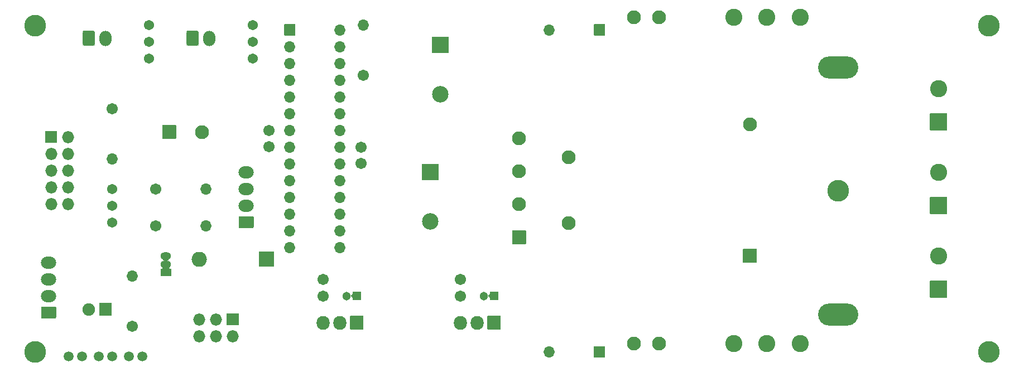
<source format=gbr>
G04 #@! TF.GenerationSoftware,KiCad,Pcbnew,5.1.8-db9833491~87~ubuntu20.04.1*
G04 #@! TF.CreationDate,2020-11-20T22:45:01+01:00*
G04 #@! TF.ProjectId,reflow_ofen_steuerung,7265666c-6f77-45f6-9f66-656e5f737465,1.0.1*
G04 #@! TF.SameCoordinates,Original*
G04 #@! TF.FileFunction,Soldermask,Top*
G04 #@! TF.FilePolarity,Negative*
%FSLAX46Y46*%
G04 Gerber Fmt 4.6, Leading zero omitted, Abs format (unit mm)*
G04 Created by KiCad (PCBNEW 5.1.8-db9833491~87~ubuntu20.04.1) date 2020-11-20 22:45:01*
%MOMM*%
%LPD*%
G01*
G04 APERTURE LIST*
%ADD10C,2.102000*%
%ADD11O,1.702000X1.702000*%
%ADD12C,1.702000*%
%ADD13C,1.302000*%
%ADD14C,1.902000*%
%ADD15C,2.502000*%
%ADD16O,1.829200X1.829200*%
%ADD17C,1.502000*%
%ADD18O,1.842000X2.302000*%
%ADD19C,1.542000*%
%ADD20O,1.602000X1.152000*%
%ADD21O,2.302000X1.842000*%
%ADD22O,2.302000X2.302000*%
%ADD23C,3.302000*%
%ADD24O,2.007000X2.102000*%
%ADD25C,2.602000*%
%ADD26O,6.102000X3.352000*%
%ADD27C,0.100000*%
G04 APERTURE END LIST*
G36*
G01*
X145780000Y-105191000D02*
X143780000Y-105191000D01*
G75*
G02*
X143729000Y-105140000I0J51000D01*
G01*
X143729000Y-103140000D01*
G75*
G02*
X143780000Y-103089000I51000J0D01*
G01*
X145780000Y-103089000D01*
G75*
G02*
X145831000Y-103140000I0J-51000D01*
G01*
X145831000Y-105140000D01*
G75*
G02*
X145780000Y-105191000I-51000J0D01*
G01*
G37*
D10*
X144780000Y-99140000D03*
X144780000Y-94140000D03*
X144780000Y-89140000D03*
D11*
X97282000Y-96774000D03*
D12*
X89662000Y-96774000D03*
D13*
X118642000Y-113030000D03*
G36*
G01*
X120793000Y-112429999D02*
X120793000Y-113630001D01*
G75*
G02*
X120742001Y-113681000I-50999J0D01*
G01*
X119541999Y-113681000D01*
G75*
G02*
X119491000Y-113630001I0J50999D01*
G01*
X119491000Y-112429999D01*
G75*
G02*
X119541999Y-112379000I50999J0D01*
G01*
X120742001Y-112379000D01*
G75*
G02*
X120793000Y-112429999I0J-50999D01*
G01*
G37*
X139470000Y-113030000D03*
G36*
G01*
X141621000Y-112429999D02*
X141621000Y-113630001D01*
G75*
G02*
X141570001Y-113681000I-50999J0D01*
G01*
X140369999Y-113681000D01*
G75*
G02*
X140319000Y-113630001I0J50999D01*
G01*
X140319000Y-112429999D01*
G75*
G02*
X140369999Y-112379000I50999J0D01*
G01*
X141570001Y-112379000D01*
G75*
G02*
X141621000Y-112429999I0J-50999D01*
G01*
G37*
D14*
X79502000Y-115062000D03*
G36*
G01*
X82993000Y-114162000D02*
X82993000Y-115962000D01*
G75*
G02*
X82942000Y-116013000I-51000J0D01*
G01*
X81142000Y-116013000D01*
G75*
G02*
X81091000Y-115962000I0J51000D01*
G01*
X81091000Y-114162000D01*
G75*
G02*
X81142000Y-114111000I51000J0D01*
G01*
X82942000Y-114111000D01*
G75*
G02*
X82993000Y-114162000I0J-51000D01*
G01*
G37*
D11*
X86106000Y-109982000D03*
D12*
X86106000Y-117602000D03*
D15*
X132842000Y-82430000D03*
G36*
G01*
X131642000Y-73679000D02*
X134042000Y-73679000D01*
G75*
G02*
X134093000Y-73730000I0J-51000D01*
G01*
X134093000Y-76130000D01*
G75*
G02*
X134042000Y-76181000I-51000J0D01*
G01*
X131642000Y-76181000D01*
G75*
G02*
X131591000Y-76130000I0J51000D01*
G01*
X131591000Y-73730000D01*
G75*
G02*
X131642000Y-73679000I51000J0D01*
G01*
G37*
D16*
X96266000Y-119126000D03*
X96266000Y-116586000D03*
X98806000Y-119126000D03*
X98806000Y-116586000D03*
X101346000Y-119126000D03*
G36*
G01*
X100482400Y-115671400D02*
X102209600Y-115671400D01*
G75*
G02*
X102260600Y-115722400I0J-51000D01*
G01*
X102260600Y-117449600D01*
G75*
G02*
X102209600Y-117500600I-51000J0D01*
G01*
X100482400Y-117500600D01*
G75*
G02*
X100431400Y-117449600I0J51000D01*
G01*
X100431400Y-115722400D01*
G75*
G02*
X100482400Y-115671400I51000J0D01*
G01*
G37*
D17*
X87598000Y-122174000D03*
X85598000Y-122174000D03*
X83026000Y-122174000D03*
X81026000Y-122174000D03*
X78454000Y-122174000D03*
X76454000Y-122174000D03*
D10*
X96694000Y-88138000D03*
G36*
G01*
X90643000Y-89138000D02*
X90643000Y-87138000D01*
G75*
G02*
X90694000Y-87087000I51000J0D01*
G01*
X92694000Y-87087000D01*
G75*
G02*
X92745000Y-87138000I0J-51000D01*
G01*
X92745000Y-89138000D01*
G75*
G02*
X92694000Y-89189000I-51000J0D01*
G01*
X90694000Y-89189000D01*
G75*
G02*
X90643000Y-89138000I0J51000D01*
G01*
G37*
D18*
X97790000Y-73914000D03*
G36*
G01*
X94329000Y-74800346D02*
X94329000Y-73027654D01*
G75*
G02*
X94593654Y-72763000I264654J0D01*
G01*
X95906346Y-72763000D01*
G75*
G02*
X96171000Y-73027654I0J-264654D01*
G01*
X96171000Y-74800346D01*
G75*
G02*
X95906346Y-75065000I-264654J0D01*
G01*
X94593654Y-75065000D01*
G75*
G02*
X94329000Y-74800346I0J264654D01*
G01*
G37*
D19*
X104394000Y-76962000D03*
X104394000Y-74422000D03*
X104394000Y-71882000D03*
D11*
X97282000Y-102362000D03*
D12*
X89662000Y-102362000D03*
G36*
G01*
X91936000Y-110050000D02*
X90436000Y-110050000D01*
G75*
G02*
X90385000Y-109999000I0J51000D01*
G01*
X90385000Y-108949000D01*
G75*
G02*
X90436000Y-108898000I51000J0D01*
G01*
X91936000Y-108898000D01*
G75*
G02*
X91987000Y-108949000I0J-51000D01*
G01*
X91987000Y-109999000D01*
G75*
G02*
X91936000Y-110050000I-51000J0D01*
G01*
G37*
D20*
X91186000Y-106934000D03*
X91186000Y-108204000D03*
D21*
X103378000Y-94234000D03*
X103378000Y-96774000D03*
X103378000Y-99314000D03*
G36*
G01*
X104264346Y-102775000D02*
X102491654Y-102775000D01*
G75*
G02*
X102227000Y-102510346I0J264654D01*
G01*
X102227000Y-101197654D01*
G75*
G02*
X102491654Y-100933000I264654J0D01*
G01*
X104264346Y-100933000D01*
G75*
G02*
X104529000Y-101197654I0J-264654D01*
G01*
X104529000Y-102510346D01*
G75*
G02*
X104264346Y-102775000I-264654J0D01*
G01*
G37*
X73406000Y-107950000D03*
X73406000Y-110490000D03*
X73406000Y-113030000D03*
G36*
G01*
X74292346Y-116491000D02*
X72519654Y-116491000D01*
G75*
G02*
X72255000Y-116226346I0J264654D01*
G01*
X72255000Y-114913654D01*
G75*
G02*
X72519654Y-114649000I264654J0D01*
G01*
X74292346Y-114649000D01*
G75*
G02*
X74557000Y-114913654I0J-264654D01*
G01*
X74557000Y-116226346D01*
G75*
G02*
X74292346Y-116491000I-264654J0D01*
G01*
G37*
D22*
X96266000Y-107442000D03*
G36*
G01*
X107577000Y-106342000D02*
X107577000Y-108542000D01*
G75*
G02*
X107526000Y-108593000I-51000J0D01*
G01*
X105326000Y-108593000D01*
G75*
G02*
X105275000Y-108542000I0J51000D01*
G01*
X105275000Y-106342000D01*
G75*
G02*
X105326000Y-106291000I51000J0D01*
G01*
X107526000Y-106291000D01*
G75*
G02*
X107577000Y-106342000I0J-51000D01*
G01*
G37*
D18*
X82042000Y-73914000D03*
G36*
G01*
X78581000Y-74800346D02*
X78581000Y-73027654D01*
G75*
G02*
X78845654Y-72763000I264654J0D01*
G01*
X80158346Y-72763000D01*
G75*
G02*
X80423000Y-73027654I0J-264654D01*
G01*
X80423000Y-74800346D01*
G75*
G02*
X80158346Y-75065000I-264654J0D01*
G01*
X78845654Y-75065000D01*
G75*
G02*
X78581000Y-74800346I0J264654D01*
G01*
G37*
D19*
X88646000Y-76962000D03*
X88646000Y-74422000D03*
X88646000Y-71882000D03*
D11*
X149352000Y-121539000D03*
G36*
G01*
X157823000Y-120739000D02*
X157823000Y-122339000D01*
G75*
G02*
X157772000Y-122390000I-51000J0D01*
G01*
X156172000Y-122390000D01*
G75*
G02*
X156121000Y-122339000I0J51000D01*
G01*
X156121000Y-120739000D01*
G75*
G02*
X156172000Y-120688000I51000J0D01*
G01*
X157772000Y-120688000D01*
G75*
G02*
X157823000Y-120739000I0J-51000D01*
G01*
G37*
X149352000Y-72644000D03*
G36*
G01*
X157823000Y-71844000D02*
X157823000Y-73444000D01*
G75*
G02*
X157772000Y-73495000I-51000J0D01*
G01*
X156172000Y-73495000D01*
G75*
G02*
X156121000Y-73444000I0J51000D01*
G01*
X156121000Y-71844000D01*
G75*
G02*
X156172000Y-71793000I51000J0D01*
G01*
X157772000Y-71793000D01*
G75*
G02*
X157823000Y-71844000I0J-51000D01*
G01*
G37*
X121158000Y-71882000D03*
D12*
X121158000Y-79502000D03*
D23*
X216027000Y-121539000D03*
X216027000Y-72009000D03*
X71374000Y-121539000D03*
X71374000Y-72009000D03*
D19*
X83058000Y-101854000D03*
X83058000Y-99314000D03*
X83058000Y-96774000D03*
D11*
X83058000Y-92202000D03*
D12*
X83058000Y-84582000D03*
D16*
X76327000Y-99060000D03*
X73787000Y-99060000D03*
X76327000Y-96520000D03*
X73787000Y-96520000D03*
X76327000Y-93980000D03*
X73787000Y-93980000D03*
X76327000Y-91440000D03*
X73787000Y-91440000D03*
X76327000Y-88900000D03*
G36*
G01*
X72872400Y-89763600D02*
X72872400Y-88036400D01*
G75*
G02*
X72923400Y-87985400I51000J0D01*
G01*
X74650600Y-87985400D01*
G75*
G02*
X74701600Y-88036400I0J-51000D01*
G01*
X74701600Y-89763600D01*
G75*
G02*
X74650600Y-89814600I-51000J0D01*
G01*
X72923400Y-89814600D01*
G75*
G02*
X72872400Y-89763600I0J51000D01*
G01*
G37*
D12*
X120777000Y-92924000D03*
X120777000Y-90424000D03*
X106807000Y-90384000D03*
X106807000Y-87884000D03*
D11*
X117602000Y-72644000D03*
X109982000Y-105664000D03*
X117602000Y-75184000D03*
X109982000Y-103124000D03*
X117602000Y-77724000D03*
X109982000Y-100584000D03*
X117602000Y-80264000D03*
X109982000Y-98044000D03*
X117602000Y-82804000D03*
X109982000Y-95504000D03*
X117602000Y-85344000D03*
X109982000Y-92964000D03*
X117602000Y-87884000D03*
X109982000Y-90424000D03*
X117602000Y-90424000D03*
X109982000Y-87884000D03*
X117602000Y-92964000D03*
X109982000Y-85344000D03*
X117602000Y-95504000D03*
X109982000Y-82804000D03*
X117602000Y-98044000D03*
X109982000Y-80264000D03*
X117602000Y-100584000D03*
X109982000Y-77724000D03*
X117602000Y-103124000D03*
X109982000Y-75184000D03*
X117602000Y-105664000D03*
G36*
G01*
X109131000Y-73444000D02*
X109131000Y-71844000D01*
G75*
G02*
X109182000Y-71793000I51000J0D01*
G01*
X110782000Y-71793000D01*
G75*
G02*
X110833000Y-71844000I0J-51000D01*
G01*
X110833000Y-73444000D01*
G75*
G02*
X110782000Y-73495000I-51000J0D01*
G01*
X109182000Y-73495000D01*
G75*
G02*
X109131000Y-73444000I0J51000D01*
G01*
G37*
D24*
X115062000Y-117094000D03*
X117602000Y-117094000D03*
G36*
G01*
X121145500Y-116094000D02*
X121145500Y-118094000D01*
G75*
G02*
X121094500Y-118145000I-51000J0D01*
G01*
X119189500Y-118145000D01*
G75*
G02*
X119138500Y-118094000I0J51000D01*
G01*
X119138500Y-116094000D01*
G75*
G02*
X119189500Y-116043000I51000J0D01*
G01*
X121094500Y-116043000D01*
G75*
G02*
X121145500Y-116094000I0J-51000D01*
G01*
G37*
X135890000Y-117094000D03*
X138430000Y-117094000D03*
G36*
G01*
X141973500Y-116094000D02*
X141973500Y-118094000D01*
G75*
G02*
X141922500Y-118145000I-51000J0D01*
G01*
X140017500Y-118145000D01*
G75*
G02*
X139966500Y-118094000I0J51000D01*
G01*
X139966500Y-116094000D01*
G75*
G02*
X140017500Y-116043000I51000J0D01*
G01*
X141922500Y-116043000D01*
G75*
G02*
X141973500Y-116094000I0J-51000D01*
G01*
G37*
D12*
X115062000Y-110530000D03*
X115062000Y-113030000D03*
X135890000Y-110530000D03*
X135890000Y-113030000D03*
G36*
G01*
X178751500Y-107964500D02*
X178751500Y-105964500D01*
G75*
G02*
X178802500Y-105913500I51000J0D01*
G01*
X180802500Y-105913500D01*
G75*
G02*
X180853500Y-105964500I0J-51000D01*
G01*
X180853500Y-107964500D01*
G75*
G02*
X180802500Y-108015500I-51000J0D01*
G01*
X178802500Y-108015500D01*
G75*
G02*
X178751500Y-107964500I0J51000D01*
G01*
G37*
D10*
X179802500Y-86964500D03*
X152302500Y-101964500D03*
X152302500Y-91964500D03*
D25*
X208407000Y-94234000D03*
G36*
G01*
X209657000Y-100615000D02*
X207157000Y-100615000D01*
G75*
G02*
X207106000Y-100564000I0J51000D01*
G01*
X207106000Y-98064000D01*
G75*
G02*
X207157000Y-98013000I51000J0D01*
G01*
X209657000Y-98013000D01*
G75*
G02*
X209708000Y-98064000I0J-51000D01*
G01*
X209708000Y-100564000D01*
G75*
G02*
X209657000Y-100615000I-51000J0D01*
G01*
G37*
X208407000Y-106934000D03*
G36*
G01*
X209657000Y-113315000D02*
X207157000Y-113315000D01*
G75*
G02*
X207106000Y-113264000I0J51000D01*
G01*
X207106000Y-110764000D01*
G75*
G02*
X207157000Y-110713000I51000J0D01*
G01*
X209657000Y-110713000D01*
G75*
G02*
X209708000Y-110764000I0J-51000D01*
G01*
X209708000Y-113264000D01*
G75*
G02*
X209657000Y-113315000I-51000J0D01*
G01*
G37*
D10*
X162212000Y-120269000D03*
X165992000Y-120269000D03*
D25*
X177332000Y-120269000D03*
X182372000Y-120269000D03*
X187412000Y-120269000D03*
D10*
X162212000Y-70739000D03*
X165992000Y-70739000D03*
D25*
X177332000Y-70739000D03*
X182372000Y-70739000D03*
X187412000Y-70739000D03*
D26*
X193167000Y-115824000D03*
X193167000Y-78324000D03*
D23*
X193167000Y-97074000D03*
D25*
X208407000Y-81534000D03*
G36*
G01*
X209657000Y-87915000D02*
X207157000Y-87915000D01*
G75*
G02*
X207106000Y-87864000I0J51000D01*
G01*
X207106000Y-85364000D01*
G75*
G02*
X207157000Y-85313000I51000J0D01*
G01*
X209657000Y-85313000D01*
G75*
G02*
X209708000Y-85364000I0J-51000D01*
G01*
X209708000Y-87864000D01*
G75*
G02*
X209657000Y-87915000I-51000J0D01*
G01*
G37*
D15*
X131318000Y-101734000D03*
G36*
G01*
X130118000Y-92983000D02*
X132518000Y-92983000D01*
G75*
G02*
X132569000Y-93034000I0J-51000D01*
G01*
X132569000Y-95434000D01*
G75*
G02*
X132518000Y-95485000I-51000J0D01*
G01*
X130118000Y-95485000D01*
G75*
G02*
X130067000Y-95434000I0J51000D01*
G01*
X130067000Y-93034000D01*
G75*
G02*
X130118000Y-92983000I51000J0D01*
G01*
G37*
D27*
G36*
X74558165Y-116224720D02*
G01*
X74559000Y-116226346D01*
X74559000Y-116309288D01*
X74558990Y-116309484D01*
X74555024Y-116349756D01*
X74554948Y-116350141D01*
X74544990Y-116382965D01*
X74544840Y-116383327D01*
X74528672Y-116413575D01*
X74528454Y-116413901D01*
X74506694Y-116440417D01*
X74506417Y-116440694D01*
X74479901Y-116462454D01*
X74479575Y-116462672D01*
X74449327Y-116478840D01*
X74448965Y-116478990D01*
X74416141Y-116488948D01*
X74415756Y-116489024D01*
X74375484Y-116492990D01*
X74375288Y-116493000D01*
X74292346Y-116493000D01*
X74290614Y-116492000D01*
X74290614Y-116490000D01*
X74292150Y-116489010D01*
X74343582Y-116483945D01*
X74392856Y-116468997D01*
X74438264Y-116444727D01*
X74478064Y-116412064D01*
X74510727Y-116372264D01*
X74534997Y-116326856D01*
X74549945Y-116277582D01*
X74555010Y-116226150D01*
X74556175Y-116224524D01*
X74558165Y-116224720D01*
G37*
G36*
X72256990Y-116226150D02*
G01*
X72262055Y-116277582D01*
X72277003Y-116326856D01*
X72301273Y-116372264D01*
X72333936Y-116412064D01*
X72373736Y-116444727D01*
X72419144Y-116468997D01*
X72468418Y-116483945D01*
X72519850Y-116489010D01*
X72521476Y-116490175D01*
X72521280Y-116492165D01*
X72519654Y-116493000D01*
X72436712Y-116493000D01*
X72436516Y-116492990D01*
X72396244Y-116489024D01*
X72395859Y-116488948D01*
X72363035Y-116478990D01*
X72362673Y-116478840D01*
X72332425Y-116462672D01*
X72332099Y-116462454D01*
X72305583Y-116440694D01*
X72305306Y-116440417D01*
X72283546Y-116413901D01*
X72283328Y-116413575D01*
X72267160Y-116383327D01*
X72267010Y-116382965D01*
X72257052Y-116350141D01*
X72256976Y-116349756D01*
X72253010Y-116309484D01*
X72253000Y-116309288D01*
X72253000Y-116226346D01*
X72254000Y-116224614D01*
X72256000Y-116224614D01*
X72256990Y-116226150D01*
G37*
G36*
X72521386Y-114648000D02*
G01*
X72521386Y-114650000D01*
X72519850Y-114650990D01*
X72468418Y-114656055D01*
X72419144Y-114671003D01*
X72373736Y-114695273D01*
X72333936Y-114727936D01*
X72301273Y-114767736D01*
X72277003Y-114813144D01*
X72262055Y-114862418D01*
X72256990Y-114913850D01*
X72255825Y-114915476D01*
X72253835Y-114915280D01*
X72253000Y-114913654D01*
X72253000Y-114830712D01*
X72253010Y-114830516D01*
X72256976Y-114790244D01*
X72257052Y-114789859D01*
X72267010Y-114757035D01*
X72267160Y-114756673D01*
X72283328Y-114726425D01*
X72283546Y-114726099D01*
X72305306Y-114699583D01*
X72305583Y-114699306D01*
X72332099Y-114677546D01*
X72332425Y-114677328D01*
X72362673Y-114661160D01*
X72363035Y-114661010D01*
X72395859Y-114651052D01*
X72396244Y-114650976D01*
X72436516Y-114647010D01*
X72436712Y-114647000D01*
X72519654Y-114647000D01*
X72521386Y-114648000D01*
G37*
G36*
X74375484Y-114647010D02*
G01*
X74415756Y-114650976D01*
X74416141Y-114651052D01*
X74448965Y-114661010D01*
X74449327Y-114661160D01*
X74479575Y-114677328D01*
X74479901Y-114677546D01*
X74506417Y-114699306D01*
X74506694Y-114699583D01*
X74528454Y-114726099D01*
X74528672Y-114726425D01*
X74544840Y-114756673D01*
X74544990Y-114757035D01*
X74554948Y-114789859D01*
X74555024Y-114790244D01*
X74558990Y-114830516D01*
X74559000Y-114830712D01*
X74559000Y-114913654D01*
X74558000Y-114915386D01*
X74556000Y-114915386D01*
X74555010Y-114913850D01*
X74549945Y-114862418D01*
X74534997Y-114813144D01*
X74510727Y-114767736D01*
X74478064Y-114727936D01*
X74438264Y-114695273D01*
X74392856Y-114671003D01*
X74343582Y-114656055D01*
X74292150Y-114650990D01*
X74290524Y-114649825D01*
X74290720Y-114647835D01*
X74292346Y-114647000D01*
X74375288Y-114647000D01*
X74375484Y-114647010D01*
G37*
G36*
X119492165Y-112758248D02*
G01*
X119493000Y-112759874D01*
X119493000Y-113300126D01*
X119492000Y-113301858D01*
X119490000Y-113301858D01*
X119489010Y-113300322D01*
X119486628Y-113276135D01*
X119479628Y-113253060D01*
X119468263Y-113231796D01*
X119452968Y-113213159D01*
X119434331Y-113197864D01*
X119413067Y-113186499D01*
X119389992Y-113179499D01*
X119366001Y-113177136D01*
X119342010Y-113179499D01*
X119318935Y-113186499D01*
X119297671Y-113197864D01*
X119279034Y-113213159D01*
X119263739Y-113231796D01*
X119255175Y-113247820D01*
X119253476Y-113248876D01*
X119251713Y-113247933D01*
X119251563Y-113246112D01*
X119263044Y-113218393D01*
X119287865Y-113093610D01*
X119287865Y-112966390D01*
X119263044Y-112841607D01*
X119251563Y-112813888D01*
X119251824Y-112811905D01*
X119253672Y-112811140D01*
X119255175Y-112812180D01*
X119263739Y-112828204D01*
X119279035Y-112846841D01*
X119297672Y-112862136D01*
X119318935Y-112873501D01*
X119342010Y-112880501D01*
X119366001Y-112882864D01*
X119389992Y-112880501D01*
X119413067Y-112873501D01*
X119434331Y-112862136D01*
X119452968Y-112846840D01*
X119468263Y-112828203D01*
X119479628Y-112806940D01*
X119486628Y-112783865D01*
X119489010Y-112759678D01*
X119490175Y-112758052D01*
X119492165Y-112758248D01*
G37*
G36*
X140320165Y-112758248D02*
G01*
X140321000Y-112759874D01*
X140321000Y-113300126D01*
X140320000Y-113301858D01*
X140318000Y-113301858D01*
X140317010Y-113300322D01*
X140314628Y-113276135D01*
X140307628Y-113253060D01*
X140296263Y-113231796D01*
X140280968Y-113213159D01*
X140262331Y-113197864D01*
X140241067Y-113186499D01*
X140217992Y-113179499D01*
X140194001Y-113177136D01*
X140170010Y-113179499D01*
X140146935Y-113186499D01*
X140125671Y-113197864D01*
X140107034Y-113213159D01*
X140091739Y-113231796D01*
X140083175Y-113247820D01*
X140081476Y-113248876D01*
X140079713Y-113247933D01*
X140079563Y-113246112D01*
X140091044Y-113218393D01*
X140115865Y-113093610D01*
X140115865Y-112966390D01*
X140091044Y-112841607D01*
X140079563Y-112813888D01*
X140079824Y-112811905D01*
X140081672Y-112811140D01*
X140083175Y-112812180D01*
X140091739Y-112828204D01*
X140107035Y-112846841D01*
X140125672Y-112862136D01*
X140146935Y-112873501D01*
X140170010Y-112880501D01*
X140194001Y-112882864D01*
X140217992Y-112880501D01*
X140241067Y-112873501D01*
X140262331Y-112862136D01*
X140280968Y-112846840D01*
X140296263Y-112828203D01*
X140307628Y-112806940D01*
X140314628Y-112783865D01*
X140317010Y-112759678D01*
X140318175Y-112758052D01*
X140320165Y-112758248D01*
G37*
G36*
X91735674Y-108680390D02*
G01*
X91735115Y-108682130D01*
X91722269Y-108694976D01*
X91708874Y-108715024D01*
X91699647Y-108737297D01*
X91694943Y-108760948D01*
X91694943Y-108785054D01*
X91699647Y-108808704D01*
X91708874Y-108830978D01*
X91722268Y-108851025D01*
X91739315Y-108868072D01*
X91759363Y-108881467D01*
X91781636Y-108890694D01*
X91805333Y-108895407D01*
X91817438Y-108896002D01*
X91819119Y-108897086D01*
X91819021Y-108899084D01*
X91817340Y-108900000D01*
X90554660Y-108900000D01*
X90552928Y-108899000D01*
X90552928Y-108897000D01*
X90554464Y-108896010D01*
X90578651Y-108893628D01*
X90601726Y-108886628D01*
X90622990Y-108875263D01*
X90641627Y-108859968D01*
X90656922Y-108841331D01*
X90668287Y-108820067D01*
X90675287Y-108796992D01*
X90677650Y-108773001D01*
X90675287Y-108749010D01*
X90668287Y-108725935D01*
X90656922Y-108704671D01*
X90641595Y-108685995D01*
X90640123Y-108684661D01*
X90639511Y-108682757D01*
X90640854Y-108681275D01*
X90642409Y-108681415D01*
X90741343Y-108734298D01*
X90849023Y-108766962D01*
X90961094Y-108778000D01*
X91410906Y-108778000D01*
X91522977Y-108766962D01*
X91630657Y-108734298D01*
X91729892Y-108681255D01*
X91732432Y-108679170D01*
X91734406Y-108678844D01*
X91735674Y-108680390D01*
G37*
G36*
X90734067Y-107460409D02*
G01*
X90741343Y-107464298D01*
X90849023Y-107496962D01*
X90961094Y-107508000D01*
X91410906Y-107508000D01*
X91522977Y-107496962D01*
X91630657Y-107464298D01*
X91637933Y-107460409D01*
X91639932Y-107460475D01*
X91640875Y-107462238D01*
X91639987Y-107463836D01*
X91624882Y-107473929D01*
X91607835Y-107490976D01*
X91594440Y-107511024D01*
X91585214Y-107533298D01*
X91580510Y-107556948D01*
X91580510Y-107581054D01*
X91585215Y-107604704D01*
X91594441Y-107626978D01*
X91607836Y-107647025D01*
X91624883Y-107664072D01*
X91639987Y-107674164D01*
X91640872Y-107675958D01*
X91639761Y-107677621D01*
X91637933Y-107677591D01*
X91630657Y-107673702D01*
X91522977Y-107641038D01*
X91410906Y-107630000D01*
X90961094Y-107630000D01*
X90849023Y-107641038D01*
X90741343Y-107673702D01*
X90734067Y-107677591D01*
X90732068Y-107677525D01*
X90731125Y-107675762D01*
X90732013Y-107674164D01*
X90747118Y-107664071D01*
X90764165Y-107647024D01*
X90777560Y-107626976D01*
X90786786Y-107604702D01*
X90791490Y-107581052D01*
X90791490Y-107556946D01*
X90786785Y-107533296D01*
X90777559Y-107511022D01*
X90764164Y-107490975D01*
X90747117Y-107473928D01*
X90732013Y-107463836D01*
X90731128Y-107462042D01*
X90732239Y-107460379D01*
X90734067Y-107460409D01*
G37*
G36*
X102228990Y-102510150D02*
G01*
X102234055Y-102561582D01*
X102249003Y-102610856D01*
X102273273Y-102656264D01*
X102305936Y-102696064D01*
X102345736Y-102728727D01*
X102391144Y-102752997D01*
X102440418Y-102767945D01*
X102491850Y-102773010D01*
X102493476Y-102774175D01*
X102493280Y-102776165D01*
X102491654Y-102777000D01*
X102408712Y-102777000D01*
X102408516Y-102776990D01*
X102368244Y-102773024D01*
X102367859Y-102772948D01*
X102335035Y-102762990D01*
X102334673Y-102762840D01*
X102304425Y-102746672D01*
X102304099Y-102746454D01*
X102277583Y-102724694D01*
X102277306Y-102724417D01*
X102255546Y-102697901D01*
X102255328Y-102697575D01*
X102239160Y-102667327D01*
X102239010Y-102666965D01*
X102229052Y-102634141D01*
X102228976Y-102633756D01*
X102225010Y-102593484D01*
X102225000Y-102593288D01*
X102225000Y-102510346D01*
X102226000Y-102508614D01*
X102228000Y-102508614D01*
X102228990Y-102510150D01*
G37*
G36*
X104530165Y-102508720D02*
G01*
X104531000Y-102510346D01*
X104531000Y-102593288D01*
X104530990Y-102593484D01*
X104527024Y-102633756D01*
X104526948Y-102634141D01*
X104516990Y-102666965D01*
X104516840Y-102667327D01*
X104500672Y-102697575D01*
X104500454Y-102697901D01*
X104478694Y-102724417D01*
X104478417Y-102724694D01*
X104451901Y-102746454D01*
X104451575Y-102746672D01*
X104421327Y-102762840D01*
X104420965Y-102762990D01*
X104388141Y-102772948D01*
X104387756Y-102773024D01*
X104347484Y-102776990D01*
X104347288Y-102777000D01*
X104264346Y-102777000D01*
X104262614Y-102776000D01*
X104262614Y-102774000D01*
X104264150Y-102773010D01*
X104315582Y-102767945D01*
X104364856Y-102752997D01*
X104410264Y-102728727D01*
X104450064Y-102696064D01*
X104482727Y-102656264D01*
X104506997Y-102610856D01*
X104521945Y-102561582D01*
X104527010Y-102510150D01*
X104528175Y-102508524D01*
X104530165Y-102508720D01*
G37*
G36*
X102493386Y-100932000D02*
G01*
X102493386Y-100934000D01*
X102491850Y-100934990D01*
X102440418Y-100940055D01*
X102391144Y-100955003D01*
X102345736Y-100979273D01*
X102305936Y-101011936D01*
X102273273Y-101051736D01*
X102249003Y-101097144D01*
X102234055Y-101146418D01*
X102228990Y-101197850D01*
X102227825Y-101199476D01*
X102225835Y-101199280D01*
X102225000Y-101197654D01*
X102225000Y-101114712D01*
X102225010Y-101114516D01*
X102228976Y-101074244D01*
X102229052Y-101073859D01*
X102239010Y-101041035D01*
X102239160Y-101040673D01*
X102255328Y-101010425D01*
X102255546Y-101010099D01*
X102277306Y-100983583D01*
X102277583Y-100983306D01*
X102304099Y-100961546D01*
X102304425Y-100961328D01*
X102334673Y-100945160D01*
X102335035Y-100945010D01*
X102367859Y-100935052D01*
X102368244Y-100934976D01*
X102408516Y-100931010D01*
X102408712Y-100931000D01*
X102491654Y-100931000D01*
X102493386Y-100932000D01*
G37*
G36*
X104347484Y-100931010D02*
G01*
X104387756Y-100934976D01*
X104388141Y-100935052D01*
X104420965Y-100945010D01*
X104421327Y-100945160D01*
X104451575Y-100961328D01*
X104451901Y-100961546D01*
X104478417Y-100983306D01*
X104478694Y-100983583D01*
X104500454Y-101010099D01*
X104500672Y-101010425D01*
X104516840Y-101040673D01*
X104516990Y-101041035D01*
X104526948Y-101073859D01*
X104527024Y-101074244D01*
X104530990Y-101114516D01*
X104531000Y-101114712D01*
X104531000Y-101197654D01*
X104530000Y-101199386D01*
X104528000Y-101199386D01*
X104527010Y-101197850D01*
X104521945Y-101146418D01*
X104506997Y-101097144D01*
X104482727Y-101051736D01*
X104450064Y-101011936D01*
X104410264Y-100979273D01*
X104364856Y-100955003D01*
X104315582Y-100940055D01*
X104264150Y-100934990D01*
X104262524Y-100933825D01*
X104262720Y-100931835D01*
X104264346Y-100931000D01*
X104347288Y-100931000D01*
X104347484Y-100931010D01*
G37*
G36*
X80424165Y-74798720D02*
G01*
X80425000Y-74800346D01*
X80425000Y-74883288D01*
X80424990Y-74883484D01*
X80421024Y-74923756D01*
X80420948Y-74924141D01*
X80410990Y-74956965D01*
X80410840Y-74957327D01*
X80394672Y-74987575D01*
X80394454Y-74987901D01*
X80372694Y-75014417D01*
X80372417Y-75014694D01*
X80345901Y-75036454D01*
X80345575Y-75036672D01*
X80315327Y-75052840D01*
X80314965Y-75052990D01*
X80282141Y-75062948D01*
X80281756Y-75063024D01*
X80241484Y-75066990D01*
X80241288Y-75067000D01*
X80158346Y-75067000D01*
X80156614Y-75066000D01*
X80156614Y-75064000D01*
X80158150Y-75063010D01*
X80209582Y-75057945D01*
X80258856Y-75042997D01*
X80304264Y-75018727D01*
X80344064Y-74986064D01*
X80376727Y-74946264D01*
X80400997Y-74900856D01*
X80415945Y-74851582D01*
X80421010Y-74800150D01*
X80422175Y-74798524D01*
X80424165Y-74798720D01*
G37*
G36*
X96172165Y-74798720D02*
G01*
X96173000Y-74800346D01*
X96173000Y-74883288D01*
X96172990Y-74883484D01*
X96169024Y-74923756D01*
X96168948Y-74924141D01*
X96158990Y-74956965D01*
X96158840Y-74957327D01*
X96142672Y-74987575D01*
X96142454Y-74987901D01*
X96120694Y-75014417D01*
X96120417Y-75014694D01*
X96093901Y-75036454D01*
X96093575Y-75036672D01*
X96063327Y-75052840D01*
X96062965Y-75052990D01*
X96030141Y-75062948D01*
X96029756Y-75063024D01*
X95989484Y-75066990D01*
X95989288Y-75067000D01*
X95906346Y-75067000D01*
X95904614Y-75066000D01*
X95904614Y-75064000D01*
X95906150Y-75063010D01*
X95957582Y-75057945D01*
X96006856Y-75042997D01*
X96052264Y-75018727D01*
X96092064Y-74986064D01*
X96124727Y-74946264D01*
X96148997Y-74900856D01*
X96163945Y-74851582D01*
X96169010Y-74800150D01*
X96170175Y-74798524D01*
X96172165Y-74798720D01*
G37*
G36*
X94330990Y-74800150D02*
G01*
X94336055Y-74851582D01*
X94351003Y-74900856D01*
X94375273Y-74946264D01*
X94407936Y-74986064D01*
X94447736Y-75018727D01*
X94493144Y-75042997D01*
X94542418Y-75057945D01*
X94593850Y-75063010D01*
X94595476Y-75064175D01*
X94595280Y-75066165D01*
X94593654Y-75067000D01*
X94510712Y-75067000D01*
X94510516Y-75066990D01*
X94470244Y-75063024D01*
X94469859Y-75062948D01*
X94437035Y-75052990D01*
X94436673Y-75052840D01*
X94406425Y-75036672D01*
X94406099Y-75036454D01*
X94379583Y-75014694D01*
X94379306Y-75014417D01*
X94357546Y-74987901D01*
X94357328Y-74987575D01*
X94341160Y-74957327D01*
X94341010Y-74956965D01*
X94331052Y-74924141D01*
X94330976Y-74923756D01*
X94327010Y-74883484D01*
X94327000Y-74883288D01*
X94327000Y-74800346D01*
X94328000Y-74798614D01*
X94330000Y-74798614D01*
X94330990Y-74800150D01*
G37*
G36*
X78582990Y-74800150D02*
G01*
X78588055Y-74851582D01*
X78603003Y-74900856D01*
X78627273Y-74946264D01*
X78659936Y-74986064D01*
X78699736Y-75018727D01*
X78745144Y-75042997D01*
X78794418Y-75057945D01*
X78845850Y-75063010D01*
X78847476Y-75064175D01*
X78847280Y-75066165D01*
X78845654Y-75067000D01*
X78762712Y-75067000D01*
X78762516Y-75066990D01*
X78722244Y-75063024D01*
X78721859Y-75062948D01*
X78689035Y-75052990D01*
X78688673Y-75052840D01*
X78658425Y-75036672D01*
X78658099Y-75036454D01*
X78631583Y-75014694D01*
X78631306Y-75014417D01*
X78609546Y-74987901D01*
X78609328Y-74987575D01*
X78593160Y-74957327D01*
X78593010Y-74956965D01*
X78583052Y-74924141D01*
X78582976Y-74923756D01*
X78579010Y-74883484D01*
X78579000Y-74883288D01*
X78579000Y-74800346D01*
X78580000Y-74798614D01*
X78582000Y-74798614D01*
X78582990Y-74800150D01*
G37*
G36*
X78847386Y-72762000D02*
G01*
X78847386Y-72764000D01*
X78845850Y-72764990D01*
X78794418Y-72770055D01*
X78745144Y-72785003D01*
X78699736Y-72809273D01*
X78659936Y-72841936D01*
X78627273Y-72881736D01*
X78603003Y-72927144D01*
X78588055Y-72976418D01*
X78582990Y-73027850D01*
X78581825Y-73029476D01*
X78579835Y-73029280D01*
X78579000Y-73027654D01*
X78579000Y-72944712D01*
X78579010Y-72944516D01*
X78582976Y-72904244D01*
X78583052Y-72903859D01*
X78593010Y-72871035D01*
X78593160Y-72870673D01*
X78609328Y-72840425D01*
X78609546Y-72840099D01*
X78631306Y-72813583D01*
X78631583Y-72813306D01*
X78658099Y-72791546D01*
X78658425Y-72791328D01*
X78688673Y-72775160D01*
X78689035Y-72775010D01*
X78721859Y-72765052D01*
X78722244Y-72764976D01*
X78762516Y-72761010D01*
X78762712Y-72761000D01*
X78845654Y-72761000D01*
X78847386Y-72762000D01*
G37*
G36*
X94595386Y-72762000D02*
G01*
X94595386Y-72764000D01*
X94593850Y-72764990D01*
X94542418Y-72770055D01*
X94493144Y-72785003D01*
X94447736Y-72809273D01*
X94407936Y-72841936D01*
X94375273Y-72881736D01*
X94351003Y-72927144D01*
X94336055Y-72976418D01*
X94330990Y-73027850D01*
X94329825Y-73029476D01*
X94327835Y-73029280D01*
X94327000Y-73027654D01*
X94327000Y-72944712D01*
X94327010Y-72944516D01*
X94330976Y-72904244D01*
X94331052Y-72903859D01*
X94341010Y-72871035D01*
X94341160Y-72870673D01*
X94357328Y-72840425D01*
X94357546Y-72840099D01*
X94379306Y-72813583D01*
X94379583Y-72813306D01*
X94406099Y-72791546D01*
X94406425Y-72791328D01*
X94436673Y-72775160D01*
X94437035Y-72775010D01*
X94469859Y-72765052D01*
X94470244Y-72764976D01*
X94510516Y-72761010D01*
X94510712Y-72761000D01*
X94593654Y-72761000D01*
X94595386Y-72762000D01*
G37*
G36*
X80241484Y-72761010D02*
G01*
X80281756Y-72764976D01*
X80282141Y-72765052D01*
X80314965Y-72775010D01*
X80315327Y-72775160D01*
X80345575Y-72791328D01*
X80345901Y-72791546D01*
X80372417Y-72813306D01*
X80372694Y-72813583D01*
X80394454Y-72840099D01*
X80394672Y-72840425D01*
X80410840Y-72870673D01*
X80410990Y-72871035D01*
X80420948Y-72903859D01*
X80421024Y-72904244D01*
X80424990Y-72944516D01*
X80425000Y-72944712D01*
X80425000Y-73027654D01*
X80424000Y-73029386D01*
X80422000Y-73029386D01*
X80421010Y-73027850D01*
X80415945Y-72976418D01*
X80400997Y-72927144D01*
X80376727Y-72881736D01*
X80344064Y-72841936D01*
X80304264Y-72809273D01*
X80258856Y-72785003D01*
X80209582Y-72770055D01*
X80158150Y-72764990D01*
X80156524Y-72763825D01*
X80156720Y-72761835D01*
X80158346Y-72761000D01*
X80241288Y-72761000D01*
X80241484Y-72761010D01*
G37*
G36*
X95989484Y-72761010D02*
G01*
X96029756Y-72764976D01*
X96030141Y-72765052D01*
X96062965Y-72775010D01*
X96063327Y-72775160D01*
X96093575Y-72791328D01*
X96093901Y-72791546D01*
X96120417Y-72813306D01*
X96120694Y-72813583D01*
X96142454Y-72840099D01*
X96142672Y-72840425D01*
X96158840Y-72870673D01*
X96158990Y-72871035D01*
X96168948Y-72903859D01*
X96169024Y-72904244D01*
X96172990Y-72944516D01*
X96173000Y-72944712D01*
X96173000Y-73027654D01*
X96172000Y-73029386D01*
X96170000Y-73029386D01*
X96169010Y-73027850D01*
X96163945Y-72976418D01*
X96148997Y-72927144D01*
X96124727Y-72881736D01*
X96092064Y-72841936D01*
X96052264Y-72809273D01*
X96006856Y-72785003D01*
X95957582Y-72770055D01*
X95906150Y-72764990D01*
X95904524Y-72763825D01*
X95904720Y-72761835D01*
X95906346Y-72761000D01*
X95989288Y-72761000D01*
X95989484Y-72761010D01*
G37*
M02*

</source>
